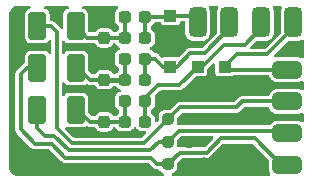
<source format=gtl>
%TF.GenerationSoftware,KiCad,Pcbnew,(6.0.0-0)*%
%TF.CreationDate,2022-08-03T15:32:13+03:00*%
%TF.ProjectId,miniRGBii,6d696e69-5247-4426-9969-2e6b69636164,1.1*%
%TF.SameCoordinates,Original*%
%TF.FileFunction,Copper,L1,Top*%
%TF.FilePolarity,Positive*%
%FSLAX46Y46*%
G04 Gerber Fmt 4.6, Leading zero omitted, Abs format (unit mm)*
G04 Created by KiCad (PCBNEW (6.0.0-0)) date 2022-08-03 15:32:13*
%MOMM*%
%LPD*%
G01*
G04 APERTURE LIST*
G04 Aperture macros list*
%AMRoundRect*
0 Rectangle with rounded corners*
0 $1 Rounding radius*
0 $2 $3 $4 $5 $6 $7 $8 $9 X,Y pos of 4 corners*
0 Add a 4 corners polygon primitive as box body*
4,1,4,$2,$3,$4,$5,$6,$7,$8,$9,$2,$3,0*
0 Add four circle primitives for the rounded corners*
1,1,$1+$1,$2,$3*
1,1,$1+$1,$4,$5*
1,1,$1+$1,$6,$7*
1,1,$1+$1,$8,$9*
0 Add four rect primitives between the rounded corners*
20,1,$1+$1,$2,$3,$4,$5,0*
20,1,$1+$1,$4,$5,$6,$7,0*
20,1,$1+$1,$6,$7,$8,$9,0*
20,1,$1+$1,$8,$9,$2,$3,0*%
G04 Aperture macros list end*
%TA.AperFunction,SMDPad,CuDef*%
%ADD10RoundRect,0.237500X0.287500X0.237500X-0.287500X0.237500X-0.287500X-0.237500X0.287500X-0.237500X0*%
%TD*%
%TA.AperFunction,SMDPad,CuDef*%
%ADD11RoundRect,0.237500X-0.287500X-0.237500X0.287500X-0.237500X0.287500X0.237500X-0.287500X0.237500X0*%
%TD*%
%TA.AperFunction,SMDPad,CuDef*%
%ADD12RoundRect,0.237500X-0.237500X0.287500X-0.237500X-0.287500X0.237500X-0.287500X0.237500X0.287500X0*%
%TD*%
%TA.AperFunction,SMDPad,CuDef*%
%ADD13R,1.000000X1.000000*%
%TD*%
%TA.AperFunction,SMDPad,CuDef*%
%ADD14RoundRect,0.250001X-0.499999X-0.924999X0.499999X-0.924999X0.499999X0.924999X-0.499999X0.924999X0*%
%TD*%
%TA.AperFunction,SMDPad,CuDef*%
%ADD15RoundRect,0.375000X-0.375000X-0.875000X0.375000X-0.875000X0.375000X0.875000X-0.375000X0.875000X0*%
%TD*%
%TA.AperFunction,SMDPad,CuDef*%
%ADD16RoundRect,0.375000X0.875000X-0.375000X0.875000X0.375000X-0.875000X0.375000X-0.875000X-0.375000X0*%
%TD*%
%TA.AperFunction,SMDPad,CuDef*%
%ADD17RoundRect,0.237500X0.250000X0.237500X-0.250000X0.237500X-0.250000X-0.237500X0.250000X-0.237500X0*%
%TD*%
%TA.AperFunction,SMDPad,CuDef*%
%ADD18RoundRect,0.237500X-0.250000X-0.237500X0.250000X-0.237500X0.250000X0.237500X-0.250000X0.237500X0*%
%TD*%
%TA.AperFunction,ViaPad*%
%ADD19C,0.800000*%
%TD*%
%TA.AperFunction,Conductor*%
%ADD20C,0.300000*%
%TD*%
%TA.AperFunction,Conductor*%
%ADD21C,0.400000*%
%TD*%
G04 APERTURE END LIST*
D10*
X203872500Y-62368000D03*
X205622500Y-62368000D03*
X203872500Y-58798000D03*
X205622500Y-58798000D03*
X203872500Y-55256000D03*
X205622500Y-55256000D03*
D11*
X205622500Y-60568000D03*
X203872500Y-60568000D03*
D12*
X202147500Y-62343000D03*
X202147500Y-60593000D03*
D11*
X205622500Y-56998000D03*
X203872500Y-56998000D03*
D12*
X202147500Y-58773000D03*
X202147500Y-57023000D03*
D11*
X205622500Y-53456000D03*
X203872500Y-53456000D03*
D12*
X202147500Y-55231000D03*
X202147500Y-53481000D03*
D13*
X210050000Y-60172000D03*
X210050000Y-57672000D03*
X207750000Y-60172000D03*
X207750000Y-57672000D03*
X207750000Y-55872000D03*
X207750000Y-53372000D03*
D14*
X199719000Y-54229000D03*
X196469000Y-54229000D03*
X199745000Y-61341000D03*
X196495000Y-61341000D03*
X199745000Y-57785000D03*
X196495000Y-57785000D03*
D13*
X212350000Y-60172000D03*
X212350000Y-57672000D03*
D15*
X218150000Y-53922000D03*
D16*
X217650000Y-60622000D03*
X217650000Y-66022000D03*
X217650000Y-63322000D03*
X217650000Y-57922000D03*
D15*
X215450000Y-53922000D03*
X212750000Y-53922000D03*
X210050000Y-53922000D03*
X212979000Y-65532000D03*
D17*
X207537500Y-64022000D03*
X209362500Y-64022000D03*
D18*
X209362500Y-62122000D03*
X207537500Y-62122000D03*
D17*
X207537500Y-65922000D03*
X209362500Y-65922000D03*
D19*
X209042000Y-55753000D03*
X210566000Y-62103000D03*
X212725000Y-62103000D03*
X201041000Y-56134000D03*
X201168000Y-54356000D03*
X201041000Y-59690000D03*
X211201000Y-58722000D03*
X210566000Y-63989000D03*
X210566000Y-65786000D03*
D20*
X208266000Y-57672000D02*
X207750000Y-57672000D01*
X205622500Y-56998000D02*
X206477000Y-56998000D01*
X209423000Y-56515000D02*
X208266000Y-57672000D01*
X206477000Y-56998000D02*
X207151000Y-57672000D01*
X210657000Y-56515000D02*
X209423000Y-56515000D01*
X212750000Y-53922000D02*
X212750000Y-54422000D01*
X207151000Y-57672000D02*
X207750000Y-57672000D01*
X212750000Y-54422000D02*
X210657000Y-56515000D01*
X205622500Y-56998000D02*
X205622500Y-58798000D01*
X213850000Y-60622000D02*
X217650000Y-60622000D01*
X207575000Y-62122000D02*
X208574999Y-61122001D01*
X198120000Y-54737000D02*
X198120000Y-62865000D01*
X199390000Y-64135000D02*
X205524500Y-64135000D01*
X213349999Y-61122001D02*
X213850000Y-60622000D01*
X205524500Y-64135000D02*
X207537500Y-62122000D01*
X198120000Y-62865000D02*
X199390000Y-64135000D01*
X197612000Y-54229000D02*
X198120000Y-54737000D01*
X196686500Y-54229000D02*
X197612000Y-54229000D01*
X208574999Y-61122001D02*
X213349999Y-61122001D01*
X217150000Y-66022000D02*
X214882000Y-63754000D01*
X206638000Y-65922000D02*
X207537500Y-65922000D01*
X210808992Y-64947010D02*
X208549990Y-64947010D01*
X208549990Y-64947010D02*
X207575000Y-65922000D01*
X195072000Y-62992000D02*
X196306511Y-64226511D01*
X212002002Y-63754000D02*
X210808992Y-64947010D01*
X214882000Y-63754000D02*
X212002002Y-63754000D01*
X196712500Y-57785000D02*
X195580000Y-57785000D01*
X197703511Y-64226511D02*
X198846511Y-65369511D01*
X206085511Y-65369511D02*
X206638000Y-65922000D01*
X198846511Y-65369511D02*
X206085511Y-65369511D01*
X195072000Y-58293000D02*
X195072000Y-62992000D01*
X217650000Y-66022000D02*
X217150000Y-66022000D01*
X196306511Y-64226511D02*
X197703511Y-64226511D01*
X195580000Y-57785000D02*
X195072000Y-58293000D01*
X217650000Y-63322000D02*
X217424990Y-63096990D01*
X208500010Y-63096990D02*
X208074072Y-63522928D01*
X196495000Y-62891000D02*
X197169030Y-63565030D01*
X205994000Y-64770000D02*
X206742000Y-64022000D01*
X208074072Y-63522928D02*
X207575000Y-64022000D01*
X196495000Y-61558500D02*
X196495000Y-62891000D01*
X197169030Y-63565030D02*
X197931030Y-63565030D01*
X199136000Y-64770000D02*
X205994000Y-64770000D01*
X197931030Y-63565030D02*
X199136000Y-64770000D01*
X206742000Y-64022000D02*
X207537500Y-64022000D01*
X217424990Y-63096990D02*
X208500010Y-63096990D01*
X209500000Y-53372000D02*
X210050000Y-53922000D01*
X207666000Y-53456000D02*
X207750000Y-53372000D01*
X205622500Y-53456000D02*
X207666000Y-53456000D01*
X205622500Y-53456000D02*
X205622500Y-55256000D01*
X207750000Y-53372000D02*
X209500000Y-53372000D01*
X215450000Y-53922000D02*
X215450000Y-54422000D01*
X212275000Y-55822000D02*
X210425000Y-57672000D01*
X215450000Y-54422000D02*
X214050000Y-55822000D01*
X205622500Y-60568000D02*
X205622500Y-60315500D01*
X210425000Y-57672000D02*
X210050000Y-57672000D01*
X208499511Y-59222489D02*
X210050000Y-57672000D01*
X206715511Y-59222489D02*
X208499511Y-59222489D01*
X205622500Y-60568000D02*
X205622500Y-62368000D01*
X205622500Y-60315500D02*
X206715511Y-59222489D01*
X214050000Y-55822000D02*
X212275000Y-55822000D01*
X200964500Y-62343000D02*
X199962500Y-61341000D01*
X203847500Y-62343000D02*
X203872500Y-62368000D01*
X202147500Y-62343000D02*
X200964500Y-62343000D01*
X202147500Y-62343000D02*
X203847500Y-62343000D01*
X203872500Y-62368000D02*
X203872500Y-60568000D01*
X202147500Y-55231000D02*
X203847500Y-55231000D01*
X200721000Y-55231000D02*
X199719000Y-54229000D01*
X203872500Y-55256000D02*
X203872500Y-53456000D01*
X202147500Y-55231000D02*
X200721000Y-55231000D01*
X203847500Y-55231000D02*
X203872500Y-55256000D01*
X200950500Y-58773000D02*
X199962500Y-57785000D01*
D21*
X202147500Y-58773000D02*
X203847500Y-58773000D01*
D20*
X203872500Y-58798000D02*
X203872500Y-56998000D01*
X202147500Y-58773000D02*
X200950500Y-58773000D01*
D21*
X203847500Y-58773000D02*
X203872500Y-58798000D01*
D20*
X215949990Y-56622010D02*
X218150000Y-54422000D01*
X217650000Y-57922000D02*
X212600000Y-57922000D01*
X213349990Y-56622010D02*
X215949990Y-56622010D01*
X212350000Y-57672000D02*
X212350000Y-57622000D01*
X212350000Y-57622000D02*
X213349990Y-56622010D01*
X212600000Y-57922000D02*
X212350000Y-57672000D01*
X218150000Y-54422000D02*
X218150000Y-53922000D01*
%TA.AperFunction,Conductor*%
G36*
X214711328Y-64224502D02*
G01*
X214732302Y-64241405D01*
X216062595Y-65571698D01*
X216096621Y-65634010D01*
X216099500Y-65660793D01*
X216099500Y-66450992D01*
X216105933Y-66521004D01*
X216154826Y-66677019D01*
X216158760Y-66683515D01*
X216158761Y-66683517D01*
X216187354Y-66730730D01*
X216205532Y-66799360D01*
X216183721Y-66866923D01*
X216128844Y-66911969D01*
X216079577Y-66922000D01*
X207983713Y-66922000D01*
X207915592Y-66901998D01*
X207869099Y-66848342D01*
X207858995Y-66778068D01*
X207888489Y-66713488D01*
X207937328Y-66678849D01*
X208054089Y-66632620D01*
X208171500Y-66543500D01*
X208260620Y-66426089D01*
X208287355Y-66358564D01*
X208311901Y-66296568D01*
X208311902Y-66296566D01*
X208314882Y-66289038D01*
X208325500Y-66201297D01*
X208325499Y-65860794D01*
X208345501Y-65792674D01*
X208362404Y-65771699D01*
X208699688Y-65434415D01*
X208762000Y-65400389D01*
X208788783Y-65397510D01*
X210774772Y-65397510D01*
X210789581Y-65398383D01*
X210823302Y-65402374D01*
X210832566Y-65400682D01*
X210832567Y-65400682D01*
X210880993Y-65391838D01*
X210884896Y-65391188D01*
X210933637Y-65383860D01*
X210933638Y-65383860D01*
X210942954Y-65382459D01*
X210949467Y-65379331D01*
X210956565Y-65378035D01*
X211008639Y-65350985D01*
X211012129Y-65349242D01*
X211065071Y-65323819D01*
X211070357Y-65318933D01*
X211070405Y-65318900D01*
X211076780Y-65315589D01*
X211081820Y-65311285D01*
X211119047Y-65274058D01*
X211122613Y-65270628D01*
X211157633Y-65238256D01*
X211164548Y-65231864D01*
X211168241Y-65225505D01*
X211173758Y-65219347D01*
X212151700Y-64241405D01*
X212214012Y-64207379D01*
X212240795Y-64204500D01*
X214643207Y-64204500D01*
X214711328Y-64224502D01*
G37*
%TD.AperFunction*%
%TA.AperFunction,Conductor*%
G36*
X211335340Y-63567492D02*
G01*
X211381833Y-63621148D01*
X211391937Y-63691422D01*
X211362443Y-63756002D01*
X211356314Y-63762585D01*
X210659294Y-64459605D01*
X210596982Y-64493631D01*
X210570199Y-64496510D01*
X208584210Y-64496510D01*
X208569401Y-64495637D01*
X208545033Y-64492753D01*
X208535680Y-64491646D01*
X208526416Y-64493338D01*
X208526415Y-64493338D01*
X208477989Y-64502182D01*
X208474087Y-64502831D01*
X208461617Y-64504706D01*
X208391279Y-64495056D01*
X208337325Y-64448909D01*
X208316885Y-64380919D01*
X208317795Y-64364970D01*
X208325044Y-64305063D01*
X208325500Y-64301297D01*
X208325499Y-63960794D01*
X208345501Y-63892674D01*
X208362404Y-63871699D01*
X208649708Y-63584395D01*
X208712020Y-63550369D01*
X208738803Y-63547490D01*
X211267219Y-63547490D01*
X211335340Y-63567492D01*
G37*
%TD.AperFunction*%
%TA.AperFunction,Conductor*%
G36*
X200696624Y-62706838D02*
G01*
X200711835Y-62716473D01*
X200736971Y-62735038D01*
X200751317Y-62745634D01*
X200758131Y-62748027D01*
X200764069Y-62752131D01*
X200773046Y-62754970D01*
X200773048Y-62754971D01*
X200820017Y-62769825D01*
X200823766Y-62771076D01*
X200879131Y-62790519D01*
X200886318Y-62790801D01*
X200886380Y-62790813D01*
X200893230Y-62792980D01*
X200899837Y-62793500D01*
X200952516Y-62793500D01*
X200957462Y-62793597D01*
X201014494Y-62795838D01*
X201021600Y-62793954D01*
X201029847Y-62793500D01*
X201310236Y-62793500D01*
X201378357Y-62813502D01*
X201427387Y-62873115D01*
X201433717Y-62889103D01*
X201433721Y-62889110D01*
X201436880Y-62897089D01*
X201526000Y-63014500D01*
X201643411Y-63103620D01*
X201666077Y-63112594D01*
X201772932Y-63154901D01*
X201772934Y-63154902D01*
X201780462Y-63157882D01*
X201868203Y-63168500D01*
X202147315Y-63168500D01*
X202426796Y-63168499D01*
X202430554Y-63168044D01*
X202430559Y-63168044D01*
X202506505Y-63158854D01*
X202514538Y-63157882D01*
X202522061Y-63154904D01*
X202522063Y-63154903D01*
X202628923Y-63112594D01*
X202651589Y-63103620D01*
X202769000Y-63014500D01*
X202858120Y-62897089D01*
X202861279Y-62889110D01*
X202861283Y-62889103D01*
X202867613Y-62873115D01*
X202911288Y-62817141D01*
X202984764Y-62793500D01*
X202995307Y-62793500D01*
X203063428Y-62813502D01*
X203105081Y-62857648D01*
X203108718Y-62864103D01*
X203111880Y-62872089D01*
X203201000Y-62989500D01*
X203318411Y-63078620D01*
X203368441Y-63098428D01*
X203447932Y-63129901D01*
X203447934Y-63129902D01*
X203455462Y-63132882D01*
X203543203Y-63143500D01*
X203872282Y-63143500D01*
X204201796Y-63143499D01*
X204205554Y-63143044D01*
X204205559Y-63143044D01*
X204281505Y-63133854D01*
X204289538Y-63132882D01*
X204297061Y-63129904D01*
X204297063Y-63129903D01*
X204376559Y-63098428D01*
X204426589Y-63078620D01*
X204544000Y-62989500D01*
X204633120Y-62872089D01*
X204636282Y-62864103D01*
X204637726Y-62861540D01*
X204688592Y-62812010D01*
X204758161Y-62797844D01*
X204824345Y-62823538D01*
X204857274Y-62861540D01*
X204858718Y-62864103D01*
X204861880Y-62872089D01*
X204951000Y-62989500D01*
X205068411Y-63078620D01*
X205118441Y-63098428D01*
X205197932Y-63129901D01*
X205197934Y-63129902D01*
X205205462Y-63132882D01*
X205293203Y-63143500D01*
X205574707Y-63143500D01*
X205642828Y-63163502D01*
X205689321Y-63217158D01*
X205699425Y-63287432D01*
X205669931Y-63352012D01*
X205663802Y-63358595D01*
X205374802Y-63647595D01*
X205312490Y-63681621D01*
X205285707Y-63684500D01*
X199628793Y-63684500D01*
X199560672Y-63664498D01*
X199539698Y-63647595D01*
X198856146Y-62964043D01*
X198822120Y-62901731D01*
X198827185Y-62830916D01*
X198869732Y-62774080D01*
X198936252Y-62749269D01*
X198991624Y-62757796D01*
X199112453Y-62805636D01*
X199120491Y-62806609D01*
X199120492Y-62806609D01*
X199152063Y-62810429D01*
X199202229Y-62816500D01*
X199744642Y-62816500D01*
X200287770Y-62816499D01*
X200291528Y-62816044D01*
X200291533Y-62816044D01*
X200369517Y-62806608D01*
X200369520Y-62806607D01*
X200377547Y-62805636D01*
X200517783Y-62750112D01*
X200560798Y-62717462D01*
X200627151Y-62692209D01*
X200696624Y-62706838D01*
G37*
%TD.AperFunction*%
%TA.AperFunction,Conductor*%
G36*
X216066298Y-61092502D02*
G01*
X216112791Y-61146158D01*
X216118410Y-61160817D01*
X216154826Y-61277019D01*
X216158761Y-61283516D01*
X216158762Y-61283519D01*
X216196905Y-61346501D01*
X216239521Y-61416869D01*
X216355131Y-61532479D01*
X216361633Y-61536416D01*
X216361632Y-61536416D01*
X216488481Y-61613238D01*
X216488484Y-61613239D01*
X216494981Y-61617174D01*
X216502231Y-61619446D01*
X216644613Y-61664067D01*
X216644616Y-61664068D01*
X216650996Y-61666067D01*
X216721008Y-61672500D01*
X218578992Y-61672500D01*
X218649004Y-61666067D01*
X218655384Y-61664068D01*
X218655387Y-61664067D01*
X218797769Y-61619446D01*
X218805019Y-61617174D01*
X218811519Y-61613238D01*
X218858730Y-61584646D01*
X218927360Y-61566468D01*
X218994923Y-61588279D01*
X219039969Y-61643156D01*
X219050000Y-61692423D01*
X219050000Y-62251577D01*
X219029998Y-62319698D01*
X218976342Y-62366191D01*
X218906068Y-62376295D01*
X218858730Y-62359354D01*
X218811517Y-62330761D01*
X218811515Y-62330760D01*
X218805019Y-62326826D01*
X218750693Y-62309801D01*
X218655387Y-62279933D01*
X218655384Y-62279932D01*
X218649004Y-62277933D01*
X218578992Y-62271500D01*
X216721008Y-62271500D01*
X216650996Y-62277933D01*
X216644616Y-62279932D01*
X216644613Y-62279933D01*
X216549307Y-62309801D01*
X216494981Y-62326826D01*
X216488484Y-62330761D01*
X216488481Y-62330762D01*
X216413297Y-62376295D01*
X216355131Y-62411521D01*
X216239521Y-62527131D01*
X216204013Y-62585763D01*
X216151619Y-62633667D01*
X216096239Y-62646490D01*
X208534229Y-62646490D01*
X208519420Y-62645617D01*
X208516603Y-62645284D01*
X208485699Y-62641626D01*
X208476436Y-62643318D01*
X208476433Y-62643318D01*
X208457889Y-62646705D01*
X208387283Y-62639267D01*
X208331907Y-62594838D01*
X208309341Y-62527523D01*
X208312878Y-62494100D01*
X208314882Y-62489038D01*
X208325500Y-62401297D01*
X208325499Y-62060794D01*
X208345501Y-61992674D01*
X208362404Y-61971699D01*
X208724697Y-61609406D01*
X208787009Y-61575380D01*
X208813792Y-61572501D01*
X213315779Y-61572501D01*
X213330588Y-61573374D01*
X213364309Y-61577365D01*
X213373573Y-61575673D01*
X213373574Y-61575673D01*
X213422000Y-61566829D01*
X213425903Y-61566179D01*
X213474644Y-61558851D01*
X213474645Y-61558851D01*
X213483961Y-61557450D01*
X213490474Y-61554322D01*
X213497572Y-61553026D01*
X213549646Y-61525976D01*
X213553136Y-61524233D01*
X213606078Y-61498810D01*
X213611364Y-61493924D01*
X213611412Y-61493891D01*
X213617787Y-61490580D01*
X213622827Y-61486276D01*
X213660054Y-61449049D01*
X213663620Y-61445619D01*
X213698640Y-61413247D01*
X213705555Y-61406855D01*
X213709248Y-61400496D01*
X213714765Y-61394338D01*
X213999698Y-61109405D01*
X214062010Y-61075379D01*
X214088793Y-61072500D01*
X215998177Y-61072500D01*
X216066298Y-61092502D01*
G37*
%TD.AperFunction*%
%TA.AperFunction,Conductor*%
G36*
X198779012Y-59011134D02*
G01*
X198796861Y-59030176D01*
X198852078Y-59102922D01*
X198972217Y-59194112D01*
X199112453Y-59249636D01*
X199120491Y-59250609D01*
X199120492Y-59250609D01*
X199152063Y-59254429D01*
X199202229Y-59260500D01*
X199744642Y-59260500D01*
X200287770Y-59260499D01*
X200291528Y-59260044D01*
X200291533Y-59260044D01*
X200369517Y-59250608D01*
X200369520Y-59250607D01*
X200377547Y-59249636D01*
X200517783Y-59194112D01*
X200524621Y-59188922D01*
X200524624Y-59188920D01*
X200563241Y-59159608D01*
X200629595Y-59134355D01*
X200699068Y-59148984D01*
X200714277Y-59158618D01*
X200722970Y-59165038D01*
X200737316Y-59175634D01*
X200744132Y-59178027D01*
X200750069Y-59182131D01*
X200759049Y-59184971D01*
X200759051Y-59184972D01*
X200771535Y-59188920D01*
X200806019Y-59199826D01*
X200809750Y-59201071D01*
X200856237Y-59217396D01*
X200856239Y-59217396D01*
X200865131Y-59220519D01*
X200872319Y-59220801D01*
X200872378Y-59220812D01*
X200879230Y-59222980D01*
X200885837Y-59223500D01*
X200938516Y-59223500D01*
X200943462Y-59223597D01*
X201000494Y-59225838D01*
X201007600Y-59223954D01*
X201015847Y-59223500D01*
X201310236Y-59223500D01*
X201378357Y-59243502D01*
X201427387Y-59303115D01*
X201433717Y-59319103D01*
X201433721Y-59319110D01*
X201436880Y-59327089D01*
X201526000Y-59444500D01*
X201643411Y-59533620D01*
X201705642Y-59558259D01*
X201772932Y-59584901D01*
X201772934Y-59584902D01*
X201780462Y-59587882D01*
X201868203Y-59598500D01*
X202147315Y-59598500D01*
X202426796Y-59598499D01*
X202430554Y-59598044D01*
X202430559Y-59598044D01*
X202506505Y-59588854D01*
X202514538Y-59587882D01*
X202522061Y-59584904D01*
X202522063Y-59584903D01*
X202591203Y-59557528D01*
X202651589Y-59533620D01*
X202769000Y-59444500D01*
X202858120Y-59327089D01*
X202860118Y-59328605D01*
X202901707Y-59288114D01*
X202960607Y-59273500D01*
X203027632Y-59273500D01*
X203095753Y-59293502D01*
X203127995Y-59323320D01*
X203182527Y-59395163D01*
X203201000Y-59419500D01*
X203318411Y-59508620D01*
X203368441Y-59528428D01*
X203426909Y-59551577D01*
X203455462Y-59562882D01*
X203455405Y-59563027D01*
X203512874Y-59597031D01*
X203544729Y-59660480D01*
X203537224Y-59731079D01*
X203492742Y-59786413D01*
X203456415Y-59803003D01*
X203455462Y-59803118D01*
X203318411Y-59857380D01*
X203201000Y-59946500D01*
X203111880Y-60063911D01*
X203099246Y-60095822D01*
X203063149Y-60186993D01*
X203057618Y-60200962D01*
X203047000Y-60288703D01*
X203047001Y-60847296D01*
X203047456Y-60851054D01*
X203047456Y-60851059D01*
X203056301Y-60924155D01*
X203057618Y-60935038D01*
X203060596Y-60942561D01*
X203060597Y-60942563D01*
X203087972Y-61011703D01*
X203111880Y-61072089D01*
X203201000Y-61189500D01*
X203318411Y-61278620D01*
X203326390Y-61281779D01*
X203326397Y-61281783D01*
X203342385Y-61288113D01*
X203398359Y-61331788D01*
X203422000Y-61405264D01*
X203422000Y-61530736D01*
X203401998Y-61598857D01*
X203342385Y-61647887D01*
X203326397Y-61654217D01*
X203326390Y-61654221D01*
X203318411Y-61657380D01*
X203201000Y-61746500D01*
X203195812Y-61753335D01*
X203127995Y-61842680D01*
X203070876Y-61884847D01*
X203027632Y-61892500D01*
X202984764Y-61892500D01*
X202916643Y-61872498D01*
X202867613Y-61812885D01*
X202861283Y-61796897D01*
X202861279Y-61796890D01*
X202858120Y-61788911D01*
X202769000Y-61671500D01*
X202651589Y-61582380D01*
X202577449Y-61553026D01*
X202522068Y-61531099D01*
X202522066Y-61531098D01*
X202514538Y-61528118D01*
X202426797Y-61517500D01*
X202147685Y-61517500D01*
X201868204Y-61517501D01*
X201864446Y-61517956D01*
X201864441Y-61517956D01*
X201798007Y-61525995D01*
X201780462Y-61528118D01*
X201772939Y-61531096D01*
X201772937Y-61531097D01*
X201717551Y-61553026D01*
X201643411Y-61582380D01*
X201526000Y-61671500D01*
X201436880Y-61788911D01*
X201433721Y-61796890D01*
X201433717Y-61796897D01*
X201427387Y-61812885D01*
X201383712Y-61868859D01*
X201310236Y-61892500D01*
X201203293Y-61892500D01*
X201135172Y-61872498D01*
X201114198Y-61855595D01*
X200832405Y-61573802D01*
X200798379Y-61511490D01*
X200795500Y-61484707D01*
X200795499Y-60377024D01*
X200795499Y-60373230D01*
X200795044Y-60369467D01*
X200785608Y-60291483D01*
X200785607Y-60291480D01*
X200784636Y-60283453D01*
X200729112Y-60143217D01*
X200637922Y-60023078D01*
X200517783Y-59931888D01*
X200377547Y-59876364D01*
X200369509Y-59875391D01*
X200369508Y-59875391D01*
X200337937Y-59871571D01*
X200287771Y-59865500D01*
X199745358Y-59865500D01*
X199202230Y-59865501D01*
X199198472Y-59865956D01*
X199198467Y-59865956D01*
X199120483Y-59875392D01*
X199120480Y-59875393D01*
X199112453Y-59876364D01*
X198972217Y-59931888D01*
X198852078Y-60023078D01*
X198802980Y-60087763D01*
X198796863Y-60095822D01*
X198739745Y-60137988D01*
X198668897Y-60142581D01*
X198606813Y-60108142D01*
X198573204Y-60045604D01*
X198570500Y-60019642D01*
X198570500Y-59106358D01*
X198590502Y-59038237D01*
X198644158Y-58991744D01*
X198714432Y-58981640D01*
X198779012Y-59011134D01*
G37*
%TD.AperFunction*%
%TA.AperFunction,Conductor*%
G36*
X198779012Y-55489387D02*
G01*
X198796861Y-55508430D01*
X198826078Y-55546922D01*
X198946217Y-55638112D01*
X199086453Y-55693636D01*
X199094491Y-55694609D01*
X199094492Y-55694609D01*
X199126063Y-55698429D01*
X199176229Y-55704500D01*
X199718642Y-55704500D01*
X200261770Y-55704499D01*
X200265528Y-55704044D01*
X200265533Y-55704044D01*
X200343517Y-55694608D01*
X200343520Y-55694607D01*
X200351547Y-55693636D01*
X200460073Y-55650667D01*
X200530773Y-55644188D01*
X200544450Y-55647684D01*
X200576516Y-55657825D01*
X200580266Y-55659076D01*
X200635631Y-55678519D01*
X200642818Y-55678801D01*
X200642880Y-55678813D01*
X200649730Y-55680980D01*
X200656337Y-55681500D01*
X200709016Y-55681500D01*
X200713962Y-55681597D01*
X200770994Y-55683838D01*
X200778100Y-55681954D01*
X200786347Y-55681500D01*
X201310236Y-55681500D01*
X201378357Y-55701502D01*
X201427387Y-55761115D01*
X201433717Y-55777103D01*
X201433721Y-55777110D01*
X201436880Y-55785089D01*
X201526000Y-55902500D01*
X201643411Y-55991620D01*
X201689450Y-56009848D01*
X201772932Y-56042901D01*
X201772934Y-56042902D01*
X201780462Y-56045882D01*
X201868203Y-56056500D01*
X202147315Y-56056500D01*
X202426796Y-56056499D01*
X202430554Y-56056044D01*
X202430559Y-56056044D01*
X202506505Y-56046854D01*
X202514538Y-56045882D01*
X202522061Y-56042904D01*
X202522063Y-56042903D01*
X202605550Y-56009848D01*
X202651589Y-55991620D01*
X202769000Y-55902500D01*
X202858120Y-55785089D01*
X202861279Y-55777110D01*
X202861283Y-55777103D01*
X202867613Y-55761115D01*
X202911288Y-55705141D01*
X202984764Y-55681500D01*
X202995307Y-55681500D01*
X203063428Y-55701502D01*
X203105081Y-55745648D01*
X203108718Y-55752102D01*
X203111880Y-55760089D01*
X203201000Y-55877500D01*
X203318411Y-55966620D01*
X203368441Y-55986428D01*
X203427593Y-56009848D01*
X203483567Y-56053522D01*
X203507044Y-56120525D01*
X203490568Y-56189584D01*
X203439373Y-56238772D01*
X203427592Y-56244152D01*
X203318411Y-56287380D01*
X203201000Y-56376500D01*
X203111880Y-56493911D01*
X203089224Y-56551135D01*
X203069497Y-56600960D01*
X203057618Y-56630962D01*
X203047000Y-56718703D01*
X203047001Y-57277296D01*
X203057618Y-57365038D01*
X203060596Y-57372561D01*
X203060597Y-57372563D01*
X203087972Y-57441703D01*
X203111880Y-57502089D01*
X203201000Y-57619500D01*
X203318411Y-57708620D01*
X203326390Y-57711779D01*
X203326397Y-57711783D01*
X203342385Y-57718113D01*
X203398359Y-57761788D01*
X203422000Y-57835264D01*
X203422000Y-57960736D01*
X203401998Y-58028857D01*
X203342385Y-58077887D01*
X203326397Y-58084217D01*
X203326390Y-58084221D01*
X203318411Y-58087380D01*
X203201000Y-58176500D01*
X203195812Y-58183335D01*
X203195807Y-58183340D01*
X203165946Y-58222680D01*
X203108828Y-58264847D01*
X203065584Y-58272500D01*
X202960607Y-58272500D01*
X202892486Y-58252498D01*
X202859678Y-58217728D01*
X202858120Y-58218911D01*
X202804671Y-58148495D01*
X202769000Y-58101500D01*
X202651589Y-58012380D01*
X202563338Y-57977439D01*
X202522068Y-57961099D01*
X202522066Y-57961098D01*
X202514538Y-57958118D01*
X202426797Y-57947500D01*
X202147685Y-57947500D01*
X201868204Y-57947501D01*
X201864446Y-57947956D01*
X201864441Y-57947956D01*
X201802048Y-57955506D01*
X201780462Y-57958118D01*
X201772939Y-57961096D01*
X201772937Y-57961097D01*
X201731662Y-57977439D01*
X201643411Y-58012380D01*
X201526000Y-58101500D01*
X201436880Y-58218911D01*
X201433721Y-58226890D01*
X201433717Y-58226897D01*
X201427387Y-58242885D01*
X201383712Y-58298859D01*
X201310236Y-58322500D01*
X201189293Y-58322500D01*
X201121172Y-58302498D01*
X201100198Y-58285595D01*
X200832405Y-58017802D01*
X200798379Y-57955490D01*
X200795500Y-57928707D01*
X200795499Y-56821024D01*
X200795499Y-56817230D01*
X200795044Y-56813467D01*
X200785608Y-56735483D01*
X200785607Y-56735480D01*
X200784636Y-56727453D01*
X200729112Y-56587217D01*
X200637922Y-56467078D01*
X200517783Y-56375888D01*
X200377547Y-56320364D01*
X200369509Y-56319391D01*
X200369508Y-56319391D01*
X200337937Y-56315571D01*
X200287771Y-56309500D01*
X199745358Y-56309500D01*
X199202230Y-56309501D01*
X199198472Y-56309956D01*
X199198467Y-56309956D01*
X199120483Y-56319392D01*
X199120480Y-56319393D01*
X199112453Y-56320364D01*
X198972217Y-56375888D01*
X198852078Y-56467078D01*
X198823704Y-56504460D01*
X198796863Y-56539822D01*
X198739745Y-56581988D01*
X198668897Y-56586581D01*
X198606813Y-56552142D01*
X198573204Y-56489604D01*
X198570500Y-56463642D01*
X198570500Y-55584611D01*
X198590502Y-55516490D01*
X198644158Y-55469997D01*
X198714432Y-55459893D01*
X198779012Y-55489387D01*
G37*
%TD.AperFunction*%
%TA.AperFunction,Conductor*%
G36*
X218994923Y-55388279D02*
G01*
X219039969Y-55443156D01*
X219050000Y-55492423D01*
X219050000Y-56851577D01*
X219029998Y-56919698D01*
X218976342Y-56966191D01*
X218906068Y-56976295D01*
X218858730Y-56959354D01*
X218811517Y-56930761D01*
X218811515Y-56930760D01*
X218805019Y-56926826D01*
X218741797Y-56907013D01*
X218655387Y-56879933D01*
X218655384Y-56879932D01*
X218649004Y-56877933D01*
X218578992Y-56871500D01*
X216721008Y-56871500D01*
X216650996Y-56877933D01*
X216650865Y-56876504D01*
X216587691Y-56870934D01*
X216531567Y-56827454D01*
X216507860Y-56760532D01*
X216524096Y-56691417D01*
X216544575Y-56664528D01*
X217699698Y-55509405D01*
X217762010Y-55475379D01*
X217788793Y-55472500D01*
X218578992Y-55472500D01*
X218649004Y-55466067D01*
X218655384Y-55464068D01*
X218655387Y-55464067D01*
X218797769Y-55419446D01*
X218805019Y-55417174D01*
X218811519Y-55413238D01*
X218858730Y-55384646D01*
X218927360Y-55366468D01*
X218994923Y-55388279D01*
G37*
%TD.AperFunction*%
%TA.AperFunction,Conductor*%
G36*
X211747698Y-52542002D02*
G01*
X211794191Y-52595658D01*
X211804295Y-52665932D01*
X211787354Y-52713270D01*
X211762990Y-52753501D01*
X211754826Y-52766981D01*
X211752554Y-52774231D01*
X211711295Y-52905887D01*
X211705933Y-52922996D01*
X211699500Y-52993008D01*
X211699500Y-54783207D01*
X211679498Y-54851328D01*
X211662595Y-54872302D01*
X210507302Y-56027595D01*
X210444990Y-56061621D01*
X210418207Y-56064500D01*
X209457220Y-56064500D01*
X209442411Y-56063627D01*
X209418043Y-56060743D01*
X209408690Y-56059636D01*
X209399426Y-56061328D01*
X209399425Y-56061328D01*
X209350999Y-56070172D01*
X209347096Y-56070822D01*
X209298355Y-56078150D01*
X209298354Y-56078150D01*
X209289038Y-56079551D01*
X209282525Y-56082679D01*
X209275427Y-56083975D01*
X209223353Y-56111025D01*
X209219863Y-56112768D01*
X209166921Y-56138191D01*
X209161635Y-56143077D01*
X209161587Y-56143110D01*
X209155212Y-56146421D01*
X209150172Y-56150725D01*
X209112945Y-56187952D01*
X209109380Y-56191381D01*
X209067444Y-56230146D01*
X209063751Y-56236505D01*
X209058234Y-56242663D01*
X208454224Y-56846673D01*
X208391912Y-56880699D01*
X208331989Y-56879142D01*
X208328994Y-56878325D01*
X208320327Y-56874494D01*
X208294646Y-56871500D01*
X207205354Y-56871500D01*
X207201650Y-56871941D01*
X207201647Y-56871941D01*
X207194254Y-56872821D01*
X207179154Y-56874618D01*
X207127742Y-56897454D01*
X207057370Y-56906828D01*
X206993099Y-56876666D01*
X206987501Y-56871398D01*
X206819753Y-56703650D01*
X206809899Y-56692561D01*
X206794707Y-56673291D01*
X206794705Y-56673289D01*
X206788872Y-56665890D01*
X206781125Y-56660535D01*
X206781123Y-56660534D01*
X206740625Y-56632545D01*
X206737403Y-56630243D01*
X206697758Y-56600960D01*
X206697757Y-56600959D01*
X206690184Y-56595366D01*
X206683368Y-56592973D01*
X206677431Y-56588869D01*
X206668451Y-56586029D01*
X206668449Y-56586028D01*
X206648283Y-56579650D01*
X206621481Y-56571174D01*
X206617750Y-56569929D01*
X206571263Y-56553604D01*
X206571261Y-56553604D01*
X206562369Y-56550481D01*
X206555181Y-56550199D01*
X206555122Y-56550188D01*
X206548270Y-56548020D01*
X206541663Y-56547500D01*
X206488984Y-56547500D01*
X206484027Y-56547402D01*
X206480573Y-56547266D01*
X206413292Y-56524600D01*
X206384504Y-56492861D01*
X206383120Y-56493911D01*
X206299188Y-56383335D01*
X206294000Y-56376500D01*
X206176589Y-56287380D01*
X206067407Y-56244152D01*
X206011433Y-56200478D01*
X205987956Y-56133475D01*
X206004432Y-56064416D01*
X206055627Y-56015228D01*
X206067407Y-56009848D01*
X206126559Y-55986428D01*
X206176589Y-55966620D01*
X206294000Y-55877500D01*
X206383120Y-55760089D01*
X206410610Y-55690656D01*
X206434401Y-55630568D01*
X206434402Y-55630566D01*
X206437382Y-55623038D01*
X206448000Y-55535297D01*
X206447999Y-54976704D01*
X206437382Y-54888962D01*
X206423494Y-54853883D01*
X206391409Y-54772847D01*
X206383120Y-54751911D01*
X206294000Y-54634500D01*
X206176589Y-54545380D01*
X206168610Y-54542221D01*
X206168603Y-54542217D01*
X206152615Y-54535887D01*
X206096641Y-54492212D01*
X206073000Y-54418736D01*
X206073000Y-54293264D01*
X206093002Y-54225143D01*
X206152615Y-54176113D01*
X206168603Y-54169783D01*
X206168610Y-54169779D01*
X206176589Y-54166620D01*
X206294000Y-54077500D01*
X206383120Y-53960089D01*
X206385118Y-53961605D01*
X206426707Y-53921114D01*
X206485607Y-53906500D01*
X206854571Y-53906500D01*
X206922692Y-53926502D01*
X206969720Y-53981349D01*
X206998061Y-54045153D01*
X207006294Y-54053372D01*
X207006295Y-54053373D01*
X207030464Y-54077500D01*
X207077287Y-54124241D01*
X207087924Y-54128944D01*
X207087926Y-54128945D01*
X207147462Y-54155265D01*
X207179673Y-54169506D01*
X207205354Y-54172500D01*
X208294646Y-54172500D01*
X208298350Y-54172059D01*
X208298353Y-54172059D01*
X208305746Y-54171179D01*
X208320846Y-54169382D01*
X208423153Y-54123939D01*
X208502241Y-54044713D01*
X208547506Y-53942327D01*
X208548603Y-53932916D01*
X208551095Y-53923776D01*
X208552616Y-53924191D01*
X208576239Y-53868568D01*
X208634915Y-53828598D01*
X208673639Y-53822500D01*
X208873500Y-53822500D01*
X208941621Y-53842502D01*
X208988114Y-53896158D01*
X208999500Y-53948500D01*
X208999500Y-54850992D01*
X209005933Y-54921004D01*
X209007932Y-54927384D01*
X209007933Y-54927387D01*
X209046692Y-55051064D01*
X209054826Y-55077019D01*
X209058761Y-55083516D01*
X209058762Y-55083519D01*
X209117332Y-55180230D01*
X209139521Y-55216869D01*
X209255131Y-55332479D01*
X209261633Y-55336416D01*
X209261632Y-55336416D01*
X209388481Y-55413238D01*
X209388484Y-55413239D01*
X209394981Y-55417174D01*
X209402231Y-55419446D01*
X209544613Y-55464067D01*
X209544616Y-55464068D01*
X209550996Y-55466067D01*
X209621008Y-55472500D01*
X210478992Y-55472500D01*
X210549004Y-55466067D01*
X210555384Y-55464068D01*
X210555387Y-55464067D01*
X210697769Y-55419446D01*
X210705019Y-55417174D01*
X210711516Y-55413239D01*
X210711519Y-55413238D01*
X210838368Y-55336416D01*
X210838367Y-55336416D01*
X210844869Y-55332479D01*
X210960479Y-55216869D01*
X210982668Y-55180230D01*
X211041238Y-55083519D01*
X211041239Y-55083516D01*
X211045174Y-55077019D01*
X211053308Y-55051064D01*
X211092067Y-54927387D01*
X211092068Y-54927384D01*
X211094067Y-54921004D01*
X211100500Y-54850992D01*
X211100500Y-52993008D01*
X211094067Y-52922996D01*
X211088706Y-52905887D01*
X211047446Y-52774231D01*
X211045174Y-52766981D01*
X211037011Y-52753501D01*
X211012646Y-52713270D01*
X210994468Y-52644640D01*
X211016279Y-52577077D01*
X211071156Y-52532031D01*
X211120423Y-52522000D01*
X211679577Y-52522000D01*
X211747698Y-52542002D01*
G37*
%TD.AperFunction*%
%TA.AperFunction,Conductor*%
G36*
X217147698Y-52542002D02*
G01*
X217194191Y-52595658D01*
X217204295Y-52665932D01*
X217187354Y-52713270D01*
X217162990Y-52753501D01*
X217154826Y-52766981D01*
X217152554Y-52774231D01*
X217111295Y-52905887D01*
X217105933Y-52922996D01*
X217099500Y-52993008D01*
X217099500Y-54783207D01*
X217079498Y-54851328D01*
X217062595Y-54872302D01*
X215800292Y-56134605D01*
X215737980Y-56168631D01*
X215711197Y-56171510D01*
X214641783Y-56171510D01*
X214573662Y-56151508D01*
X214527169Y-56097852D01*
X214517065Y-56027578D01*
X214546559Y-55962998D01*
X214552688Y-55956415D01*
X214999698Y-55509405D01*
X215062010Y-55475379D01*
X215088793Y-55472500D01*
X215878992Y-55472500D01*
X215949004Y-55466067D01*
X215955384Y-55464068D01*
X215955387Y-55464067D01*
X216097769Y-55419446D01*
X216105019Y-55417174D01*
X216111516Y-55413239D01*
X216111519Y-55413238D01*
X216238368Y-55336416D01*
X216238367Y-55336416D01*
X216244869Y-55332479D01*
X216360479Y-55216869D01*
X216382668Y-55180230D01*
X216441238Y-55083519D01*
X216441239Y-55083516D01*
X216445174Y-55077019D01*
X216453308Y-55051064D01*
X216492067Y-54927387D01*
X216492068Y-54927384D01*
X216494067Y-54921004D01*
X216500500Y-54850992D01*
X216500500Y-52993008D01*
X216494067Y-52922996D01*
X216488706Y-52905887D01*
X216447446Y-52774231D01*
X216445174Y-52766981D01*
X216437011Y-52753501D01*
X216412646Y-52713270D01*
X216394468Y-52644640D01*
X216416279Y-52577077D01*
X216471156Y-52532031D01*
X216520423Y-52522000D01*
X217079577Y-52522000D01*
X217147698Y-52542002D01*
G37*
%TD.AperFunction*%
%TA.AperFunction,Conductor*%
G36*
X203306422Y-52542002D02*
G01*
X203352915Y-52595658D01*
X203363019Y-52665932D01*
X203333525Y-52730512D01*
X203314481Y-52748363D01*
X203201000Y-52834500D01*
X203111880Y-52951911D01*
X203106302Y-52965999D01*
X203063716Y-53073561D01*
X203057618Y-53088962D01*
X203047000Y-53176703D01*
X203047001Y-53735296D01*
X203047456Y-53739054D01*
X203047456Y-53739059D01*
X203052825Y-53783431D01*
X203057618Y-53823038D01*
X203060596Y-53830561D01*
X203060597Y-53830563D01*
X203084737Y-53891534D01*
X203111880Y-53960089D01*
X203201000Y-54077500D01*
X203318411Y-54166620D01*
X203326390Y-54169779D01*
X203326397Y-54169783D01*
X203342385Y-54176113D01*
X203398359Y-54219788D01*
X203422000Y-54293264D01*
X203422000Y-54418736D01*
X203401998Y-54486857D01*
X203342385Y-54535887D01*
X203326397Y-54542217D01*
X203326390Y-54542221D01*
X203318411Y-54545380D01*
X203201000Y-54634500D01*
X203195812Y-54641335D01*
X203127995Y-54730680D01*
X203070876Y-54772847D01*
X203027632Y-54780500D01*
X202984764Y-54780500D01*
X202916643Y-54760498D01*
X202867613Y-54700885D01*
X202861283Y-54684897D01*
X202861279Y-54684890D01*
X202858120Y-54676911D01*
X202769000Y-54559500D01*
X202651589Y-54470380D01*
X202589358Y-54445741D01*
X202522068Y-54419099D01*
X202522066Y-54419098D01*
X202514538Y-54416118D01*
X202426797Y-54405500D01*
X202147685Y-54405500D01*
X201868204Y-54405501D01*
X201864446Y-54405956D01*
X201864441Y-54405956D01*
X201811775Y-54412329D01*
X201780462Y-54416118D01*
X201772939Y-54419096D01*
X201772937Y-54419097D01*
X201703797Y-54446472D01*
X201643411Y-54470380D01*
X201526000Y-54559500D01*
X201436880Y-54676911D01*
X201433721Y-54684890D01*
X201433717Y-54684897D01*
X201427387Y-54700885D01*
X201383712Y-54756859D01*
X201310236Y-54780500D01*
X200959793Y-54780500D01*
X200891672Y-54760498D01*
X200870698Y-54743595D01*
X200806405Y-54679302D01*
X200772379Y-54616990D01*
X200769500Y-54590207D01*
X200769499Y-53265024D01*
X200769499Y-53261230D01*
X200769044Y-53257467D01*
X200759608Y-53179483D01*
X200759607Y-53179480D01*
X200758636Y-53171453D01*
X200703112Y-53031217D01*
X200611922Y-52911078D01*
X200491783Y-52819888D01*
X200353537Y-52765152D01*
X200297563Y-52721477D01*
X200274087Y-52654474D01*
X200290563Y-52585416D01*
X200341759Y-52536227D01*
X200399921Y-52522000D01*
X203238301Y-52522000D01*
X203306422Y-52542002D01*
G37*
%TD.AperFunction*%
%TA.AperFunction,Conductor*%
G36*
X199106200Y-52542002D02*
G01*
X199152693Y-52595658D01*
X199162797Y-52665932D01*
X199133303Y-52730512D01*
X199084463Y-52765152D01*
X198946217Y-52819888D01*
X198826078Y-52911078D01*
X198734888Y-53031217D01*
X198679364Y-53171453D01*
X198668500Y-53261229D01*
X198668501Y-54225143D01*
X198668501Y-54344208D01*
X198648499Y-54412329D01*
X198594843Y-54458822D01*
X198524569Y-54468926D01*
X198459989Y-54439433D01*
X198453406Y-54433303D01*
X198447048Y-54426945D01*
X198443618Y-54423379D01*
X198411246Y-54388359D01*
X198404854Y-54381444D01*
X198398495Y-54377751D01*
X198392337Y-54372234D01*
X197954753Y-53934650D01*
X197944899Y-53923561D01*
X197929707Y-53904291D01*
X197929705Y-53904289D01*
X197923872Y-53896890D01*
X197916125Y-53891535D01*
X197916123Y-53891534D01*
X197875625Y-53863545D01*
X197872403Y-53861243D01*
X197832758Y-53831960D01*
X197832757Y-53831959D01*
X197825184Y-53826366D01*
X197818368Y-53823973D01*
X197812431Y-53819869D01*
X197803451Y-53817029D01*
X197803449Y-53817028D01*
X197783283Y-53810650D01*
X197756481Y-53802174D01*
X197752750Y-53800929D01*
X197706263Y-53784604D01*
X197706261Y-53784604D01*
X197697369Y-53781481D01*
X197690181Y-53781199D01*
X197690122Y-53781188D01*
X197683270Y-53779020D01*
X197676663Y-53778500D01*
X197645499Y-53778500D01*
X197577378Y-53758498D01*
X197530885Y-53704842D01*
X197519499Y-53652500D01*
X197519499Y-53261230D01*
X197519044Y-53257467D01*
X197509608Y-53179483D01*
X197509607Y-53179480D01*
X197508636Y-53171453D01*
X197453112Y-53031217D01*
X197361922Y-52911078D01*
X197241783Y-52819888D01*
X197103537Y-52765152D01*
X197047563Y-52721477D01*
X197024087Y-52654474D01*
X197040563Y-52585416D01*
X197091759Y-52536227D01*
X197149921Y-52522000D01*
X199038079Y-52522000D01*
X199106200Y-52542002D01*
G37*
%TD.AperFunction*%
%TA.AperFunction,NonConductor*%
G36*
X211467532Y-57370737D02*
G01*
X211524368Y-57413284D01*
X211549179Y-57479804D01*
X211549500Y-57488793D01*
X211549500Y-58216646D01*
X211552618Y-58242846D01*
X211598061Y-58345153D01*
X211606294Y-58353372D01*
X211606295Y-58353373D01*
X211611278Y-58358347D01*
X211677287Y-58424241D01*
X211687924Y-58428944D01*
X211687926Y-58428945D01*
X211747462Y-58455265D01*
X211779673Y-58469506D01*
X211805354Y-58472500D01*
X212894646Y-58472500D01*
X212898350Y-58472059D01*
X212898353Y-58472059D01*
X212905746Y-58471179D01*
X212920846Y-58469382D01*
X212940122Y-58460820D01*
X213012519Y-58428663D01*
X213012521Y-58428661D01*
X213023153Y-58423939D01*
X213037586Y-58409481D01*
X213099867Y-58375403D01*
X213126757Y-58372500D01*
X215998177Y-58372500D01*
X216066298Y-58392502D01*
X216112791Y-58446158D01*
X216118410Y-58460817D01*
X216154826Y-58577019D01*
X216239521Y-58716869D01*
X216355131Y-58832479D01*
X216376929Y-58845680D01*
X216488481Y-58913238D01*
X216488484Y-58913239D01*
X216494981Y-58917174D01*
X216502231Y-58919446D01*
X216644613Y-58964067D01*
X216644616Y-58964068D01*
X216650996Y-58966067D01*
X216721008Y-58972500D01*
X218578992Y-58972500D01*
X218649004Y-58966067D01*
X218655384Y-58964068D01*
X218655387Y-58964067D01*
X218797769Y-58919446D01*
X218805019Y-58917174D01*
X218811519Y-58913238D01*
X218858730Y-58884646D01*
X218927360Y-58866468D01*
X218994923Y-58888279D01*
X219039969Y-58943156D01*
X219050000Y-58992423D01*
X219050000Y-59551577D01*
X219029998Y-59619698D01*
X218976342Y-59666191D01*
X218906068Y-59676295D01*
X218858730Y-59659354D01*
X218811517Y-59630761D01*
X218811515Y-59630760D01*
X218805019Y-59626826D01*
X218717179Y-59599298D01*
X218655387Y-59579933D01*
X218655384Y-59579932D01*
X218649004Y-59577933D01*
X218578992Y-59571500D01*
X216721008Y-59571500D01*
X216650996Y-59577933D01*
X216644616Y-59579932D01*
X216644613Y-59579933D01*
X216582821Y-59599298D01*
X216494981Y-59626826D01*
X216488484Y-59630761D01*
X216488481Y-59630762D01*
X216417314Y-59673862D01*
X216355131Y-59711521D01*
X216239521Y-59827131D01*
X216235584Y-59833632D01*
X216167230Y-59946500D01*
X216154826Y-59966981D01*
X216121947Y-60071898D01*
X216118411Y-60083180D01*
X216078953Y-60142202D01*
X216013850Y-60170521D01*
X215998177Y-60171500D01*
X213884219Y-60171500D01*
X213869410Y-60170627D01*
X213866593Y-60170294D01*
X213835689Y-60166636D01*
X213826426Y-60168328D01*
X213826419Y-60168328D01*
X213777982Y-60177175D01*
X213774083Y-60177825D01*
X213751353Y-60181242D01*
X213725356Y-60185150D01*
X213725355Y-60185150D01*
X213716038Y-60186551D01*
X213709525Y-60189679D01*
X213702427Y-60190975D01*
X213650347Y-60218028D01*
X213646845Y-60219777D01*
X213602413Y-60241113D01*
X213593921Y-60245191D01*
X213588636Y-60250077D01*
X213588589Y-60250108D01*
X213582211Y-60253421D01*
X213577172Y-60257725D01*
X213539945Y-60294952D01*
X213536380Y-60298381D01*
X213494444Y-60337146D01*
X213490751Y-60343505D01*
X213485234Y-60349663D01*
X213200301Y-60634596D01*
X213137989Y-60668622D01*
X213111206Y-60671501D01*
X208609218Y-60671501D01*
X208594409Y-60670628D01*
X208591592Y-60670295D01*
X208560688Y-60666637D01*
X208551425Y-60668329D01*
X208551418Y-60668329D01*
X208502981Y-60677176D01*
X208499082Y-60677826D01*
X208476352Y-60681243D01*
X208450355Y-60685151D01*
X208450354Y-60685151D01*
X208441037Y-60686552D01*
X208434524Y-60689680D01*
X208427426Y-60690976D01*
X208375346Y-60718029D01*
X208371844Y-60719778D01*
X208327412Y-60741114D01*
X208318920Y-60745192D01*
X208313635Y-60750078D01*
X208313588Y-60750109D01*
X208307210Y-60753422D01*
X208302171Y-60757726D01*
X208264944Y-60794953D01*
X208261379Y-60798382D01*
X208219443Y-60837147D01*
X208215750Y-60843506D01*
X208210233Y-60849664D01*
X207750302Y-61309595D01*
X207687990Y-61343621D01*
X207661207Y-61346500D01*
X207277399Y-61346501D01*
X207245704Y-61346501D01*
X207241946Y-61346956D01*
X207241941Y-61346956D01*
X207168845Y-61355801D01*
X207157962Y-61357118D01*
X207150439Y-61360096D01*
X207150437Y-61360097D01*
X207081297Y-61387472D01*
X207020911Y-61411380D01*
X206903500Y-61500500D01*
X206814380Y-61617911D01*
X206760118Y-61754962D01*
X206749500Y-61842703D01*
X206749500Y-61846492D01*
X206749501Y-62220706D01*
X206729499Y-62288826D01*
X206712596Y-62309801D01*
X206663094Y-62359303D01*
X206600782Y-62393329D01*
X206529967Y-62388264D01*
X206473131Y-62345717D01*
X206448320Y-62279197D01*
X206447999Y-62270208D01*
X206447999Y-62088704D01*
X206437382Y-62000962D01*
X206412516Y-61938156D01*
X206391409Y-61884847D01*
X206383120Y-61863911D01*
X206294000Y-61746500D01*
X206176589Y-61657380D01*
X206168610Y-61654221D01*
X206168603Y-61654217D01*
X206152615Y-61647887D01*
X206096641Y-61604212D01*
X206073000Y-61530736D01*
X206073000Y-61405264D01*
X206093002Y-61337143D01*
X206152615Y-61288113D01*
X206168603Y-61281783D01*
X206168610Y-61281779D01*
X206176589Y-61278620D01*
X206294000Y-61189500D01*
X206383120Y-61072089D01*
X206407759Y-61009858D01*
X206434401Y-60942568D01*
X206434402Y-60942566D01*
X206437382Y-60935038D01*
X206448000Y-60847297D01*
X206447999Y-60288704D01*
X206437921Y-60205419D01*
X206449595Y-60135390D01*
X206473914Y-60101189D01*
X206865209Y-59709894D01*
X206927521Y-59675868D01*
X206954304Y-59672989D01*
X208465291Y-59672989D01*
X208480100Y-59673862D01*
X208513821Y-59677853D01*
X208523085Y-59676161D01*
X208523086Y-59676161D01*
X208571512Y-59667317D01*
X208575415Y-59666667D01*
X208624156Y-59659339D01*
X208624157Y-59659339D01*
X208633473Y-59657938D01*
X208639986Y-59654810D01*
X208647084Y-59653514D01*
X208699158Y-59626464D01*
X208702648Y-59624721D01*
X208755590Y-59599298D01*
X208760876Y-59594412D01*
X208760924Y-59594379D01*
X208767299Y-59591068D01*
X208772339Y-59586764D01*
X208809566Y-59549537D01*
X208813132Y-59546107D01*
X208848152Y-59513735D01*
X208855067Y-59507343D01*
X208858760Y-59500984D01*
X208864277Y-59494826D01*
X209849698Y-58509405D01*
X209912010Y-58475379D01*
X209938793Y-58472500D01*
X210594646Y-58472500D01*
X210598350Y-58472059D01*
X210598353Y-58472059D01*
X210605746Y-58471179D01*
X210620846Y-58469382D01*
X210723153Y-58423939D01*
X210802241Y-58344713D01*
X210812062Y-58322500D01*
X210843675Y-58250992D01*
X210847506Y-58242327D01*
X210850500Y-58216646D01*
X210850500Y-57935793D01*
X210870502Y-57867672D01*
X210887405Y-57846698D01*
X211334405Y-57399698D01*
X211396717Y-57365672D01*
X211467532Y-57370737D01*
G37*
%TD.AperFunction*%
%TA.AperFunction,NonConductor*%
G36*
X195856200Y-52542002D02*
G01*
X195902693Y-52595658D01*
X195912797Y-52665932D01*
X195883303Y-52730512D01*
X195834463Y-52765152D01*
X195696217Y-52819888D01*
X195576078Y-52911078D01*
X195484888Y-53031217D01*
X195429364Y-53171453D01*
X195418500Y-53261229D01*
X195418501Y-55196770D01*
X195418956Y-55200528D01*
X195418956Y-55200533D01*
X195422228Y-55227568D01*
X195429364Y-55286547D01*
X195484888Y-55426783D01*
X195576078Y-55546922D01*
X195696217Y-55638112D01*
X195836453Y-55693636D01*
X195844491Y-55694609D01*
X195844492Y-55694609D01*
X195876063Y-55698429D01*
X195926229Y-55704500D01*
X196468642Y-55704500D01*
X197011770Y-55704499D01*
X197015528Y-55704044D01*
X197015533Y-55704044D01*
X197093517Y-55694608D01*
X197093520Y-55694607D01*
X197101547Y-55693636D01*
X197241783Y-55638112D01*
X197361922Y-55546922D01*
X197420311Y-55469997D01*
X197443137Y-55439925D01*
X197500255Y-55397758D01*
X197571103Y-55393165D01*
X197633187Y-55427604D01*
X197666796Y-55490142D01*
X197669500Y-55516104D01*
X197669500Y-56463642D01*
X197649498Y-56531763D01*
X197595842Y-56578256D01*
X197525568Y-56588360D01*
X197460988Y-56558866D01*
X197443137Y-56539822D01*
X197416296Y-56504460D01*
X197387922Y-56467078D01*
X197267783Y-56375888D01*
X197127547Y-56320364D01*
X197119509Y-56319391D01*
X197119508Y-56319391D01*
X197087937Y-56315571D01*
X197037771Y-56309500D01*
X196495358Y-56309500D01*
X195952230Y-56309501D01*
X195948472Y-56309956D01*
X195948467Y-56309956D01*
X195870483Y-56319392D01*
X195870480Y-56319393D01*
X195862453Y-56320364D01*
X195722217Y-56375888D01*
X195602078Y-56467078D01*
X195510888Y-56587217D01*
X195455364Y-56727453D01*
X195444500Y-56817229D01*
X195444500Y-57271020D01*
X195424498Y-57339141D01*
X195373042Y-57384603D01*
X195332414Y-57404112D01*
X195332411Y-57404114D01*
X195323921Y-57408191D01*
X195318636Y-57413076D01*
X195318589Y-57413108D01*
X195312211Y-57416421D01*
X195307172Y-57420725D01*
X195269945Y-57457952D01*
X195266380Y-57461381D01*
X195224444Y-57500146D01*
X195220751Y-57506505D01*
X195215234Y-57512663D01*
X194777650Y-57950247D01*
X194766561Y-57960101D01*
X194747291Y-57975293D01*
X194747289Y-57975295D01*
X194739890Y-57981128D01*
X194734535Y-57988875D01*
X194734534Y-57988877D01*
X194706545Y-58029375D01*
X194704250Y-58032587D01*
X194669366Y-58079816D01*
X194666973Y-58086632D01*
X194662869Y-58092569D01*
X194645705Y-58146842D01*
X194645182Y-58148495D01*
X194643929Y-58152250D01*
X194624481Y-58207631D01*
X194624199Y-58214819D01*
X194624188Y-58214878D01*
X194622020Y-58221730D01*
X194621500Y-58228337D01*
X194621500Y-58281016D01*
X194621403Y-58285962D01*
X194619162Y-58342994D01*
X194621046Y-58350100D01*
X194621500Y-58358347D01*
X194621500Y-62957780D01*
X194620627Y-62972589D01*
X194616636Y-63006310D01*
X194618328Y-63015574D01*
X194618328Y-63015575D01*
X194627172Y-63064001D01*
X194627822Y-63067904D01*
X194631501Y-63092370D01*
X194636551Y-63125962D01*
X194639679Y-63132475D01*
X194640975Y-63139573D01*
X194668025Y-63191647D01*
X194669768Y-63195137D01*
X194695191Y-63248079D01*
X194700077Y-63253365D01*
X194700110Y-63253413D01*
X194703421Y-63259788D01*
X194707725Y-63264828D01*
X194744952Y-63302055D01*
X194748381Y-63305620D01*
X194787146Y-63347556D01*
X194793505Y-63351249D01*
X194799663Y-63356766D01*
X195963758Y-64520861D01*
X195973612Y-64531950D01*
X195983057Y-64543930D01*
X195994639Y-64558621D01*
X196002386Y-64563976D01*
X196002388Y-64563977D01*
X196042886Y-64591966D01*
X196046108Y-64594268D01*
X196083287Y-64621729D01*
X196093327Y-64629145D01*
X196100143Y-64631538D01*
X196106080Y-64635642D01*
X196115060Y-64638482D01*
X196115062Y-64638483D01*
X196130926Y-64643500D01*
X196162030Y-64653337D01*
X196165761Y-64654582D01*
X196212248Y-64670907D01*
X196212250Y-64670907D01*
X196221142Y-64674030D01*
X196228330Y-64674312D01*
X196228389Y-64674323D01*
X196235241Y-64676491D01*
X196241848Y-64677011D01*
X196294527Y-64677011D01*
X196299473Y-64677108D01*
X196356505Y-64679349D01*
X196363611Y-64677465D01*
X196371855Y-64677011D01*
X197464718Y-64677011D01*
X197532839Y-64697013D01*
X197553813Y-64713916D01*
X198503758Y-65663861D01*
X198513612Y-65674950D01*
X198528804Y-65694220D01*
X198534639Y-65701621D01*
X198542386Y-65706976D01*
X198542388Y-65706977D01*
X198582886Y-65734966D01*
X198586098Y-65737261D01*
X198633327Y-65772145D01*
X198640143Y-65774538D01*
X198646080Y-65778642D01*
X198655060Y-65781482D01*
X198655062Y-65781483D01*
X198675228Y-65787861D01*
X198702030Y-65796337D01*
X198705761Y-65797582D01*
X198752248Y-65813907D01*
X198752250Y-65813907D01*
X198761142Y-65817030D01*
X198768330Y-65817312D01*
X198768389Y-65817323D01*
X198775241Y-65819491D01*
X198781848Y-65820011D01*
X198834527Y-65820011D01*
X198839473Y-65820108D01*
X198896505Y-65822349D01*
X198903611Y-65820465D01*
X198911858Y-65820011D01*
X205846718Y-65820011D01*
X205914839Y-65840013D01*
X205935813Y-65856916D01*
X206295247Y-66216350D01*
X206305101Y-66227439D01*
X206320293Y-66246709D01*
X206326128Y-66254110D01*
X206333875Y-66259465D01*
X206333877Y-66259466D01*
X206374375Y-66287455D01*
X206377587Y-66289750D01*
X206424816Y-66324634D01*
X206431632Y-66327027D01*
X206437569Y-66331131D01*
X206446549Y-66333971D01*
X206446551Y-66333972D01*
X206466717Y-66340350D01*
X206493519Y-66348826D01*
X206497250Y-66350071D01*
X206543737Y-66366396D01*
X206543739Y-66366396D01*
X206552631Y-66369519D01*
X206559819Y-66369801D01*
X206559878Y-66369812D01*
X206566730Y-66371980D01*
X206573337Y-66372500D01*
X206626016Y-66372500D01*
X206630962Y-66372597D01*
X206687994Y-66374838D01*
X206695100Y-66372954D01*
X206703344Y-66372500D01*
X206711893Y-66372500D01*
X206780014Y-66392502D01*
X206812822Y-66427272D01*
X206814380Y-66426089D01*
X206903500Y-66543500D01*
X207020911Y-66632620D01*
X207137672Y-66678849D01*
X207193644Y-66722522D01*
X207217121Y-66789525D01*
X207200645Y-66858584D01*
X207149450Y-66907773D01*
X207091287Y-66922000D01*
X194839271Y-66922000D01*
X194817392Y-66920086D01*
X194812855Y-66919286D01*
X194802000Y-66917372D01*
X194791143Y-66919286D01*
X194780632Y-66919286D01*
X194768285Y-66918679D01*
X194738986Y-66915794D01*
X194677786Y-66909766D01*
X194653563Y-66904948D01*
X194545991Y-66872317D01*
X194523178Y-66862867D01*
X194496004Y-66848342D01*
X194424040Y-66809876D01*
X194403506Y-66796155D01*
X194395428Y-66789525D01*
X194316617Y-66724847D01*
X194299152Y-66707382D01*
X194291042Y-66697500D01*
X194227843Y-66620491D01*
X194214122Y-66599957D01*
X194175333Y-66527387D01*
X194161132Y-66500820D01*
X194151683Y-66478009D01*
X194119052Y-66370437D01*
X194114234Y-66346214D01*
X194105321Y-66255718D01*
X194104714Y-66243368D01*
X194104714Y-66232857D01*
X194106628Y-66222000D01*
X194103914Y-66206608D01*
X194102000Y-66184729D01*
X194102000Y-53259271D01*
X194103914Y-53237392D01*
X194104714Y-53232855D01*
X194106628Y-53222000D01*
X194104714Y-53211143D01*
X194104714Y-53200632D01*
X194105321Y-53188282D01*
X194106462Y-53176703D01*
X194114234Y-53097786D01*
X194119052Y-53073561D01*
X194135904Y-53018007D01*
X194151683Y-52965991D01*
X194161133Y-52943178D01*
X194173243Y-52920522D01*
X194214124Y-52844040D01*
X194227845Y-52823506D01*
X194230815Y-52819888D01*
X194299153Y-52736617D01*
X194316618Y-52719152D01*
X194403509Y-52647843D01*
X194424040Y-52634124D01*
X194523180Y-52581132D01*
X194545991Y-52571683D01*
X194653563Y-52539052D01*
X194677786Y-52534234D01*
X194738986Y-52528206D01*
X194768285Y-52525321D01*
X194780632Y-52524714D01*
X194791143Y-52524714D01*
X194802000Y-52526628D01*
X194817392Y-52523914D01*
X194839271Y-52522000D01*
X195788079Y-52522000D01*
X195856200Y-52542002D01*
G37*
%TD.AperFunction*%
M02*

</source>
